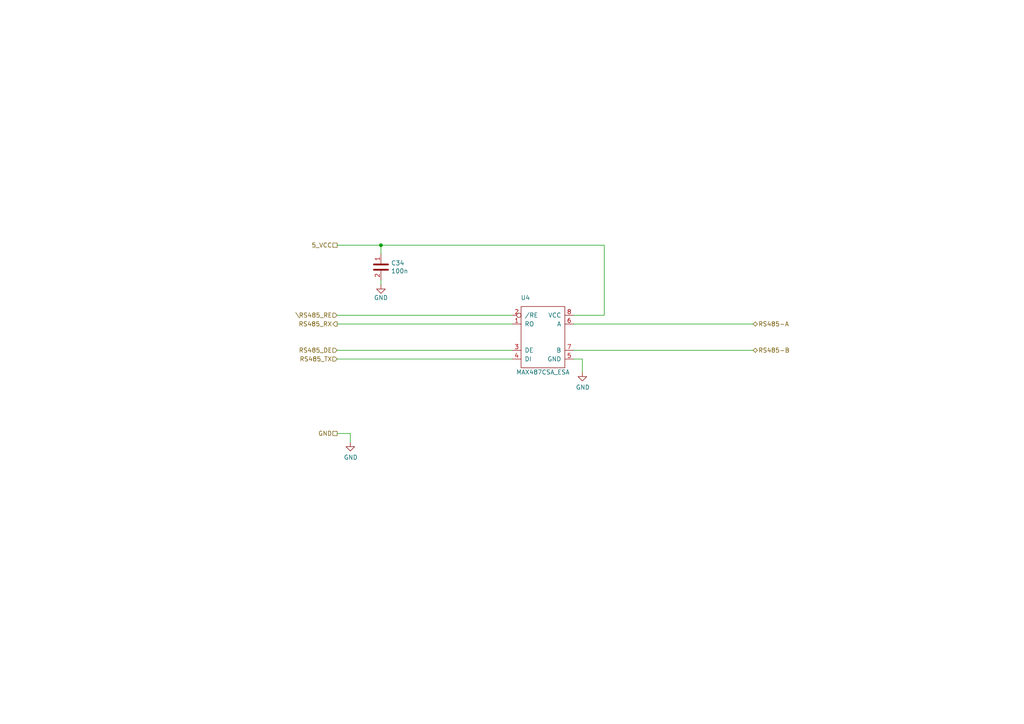
<source format=kicad_sch>
(kicad_sch (version 20211123) (generator eeschema)
  (paper "A4")
  (title_block (title "ESC Brushless - CAN phy") (date "2021-03-10") (rev "1.0"))
  (lib_symbols
    (symbol "p_Driver_IC:MAX487CSA_ESA" (pin_names (offset 1.016))
      (property "Reference" "U" (at -5.08 10.16 0))
      (property "Value" "MAX487CSA_ESA" (at 0 -10.16 0))
      (symbol "MAX487CSA_ESA_0_1"
        (rectangle (start -6.35 8.89) (end 6.35 -8.89))
      )
      (symbol "MAX487CSA_ESA_1_1"
        (pin output line (at -8.89 3.81 0) (length 2.54) (name "RO") (number "1"))
        (pin input inverted (at -8.89 6.35 0) (length 2.54) (name "/RE") (number "2"))
        (pin input line (at -8.89 -3.81 0) (length 2.54) (name "DE") (number "3"))
        (pin input line (at -8.89 -6.35 0) (length 2.54) (name "DI") (number "4"))
        (pin passive line (at 8.89 -6.35 180) (length 2.54) (name "GND") (number "5"))
        (pin bidirectional line (at 8.89 3.81 180) (length 2.54) (name "A") (number "6"))
        (pin bidirectional line (at 8.89 -3.81 180) (length 2.54) (name "B") (number "7"))
        (pin power_in line (at 8.89 6.35 180) (length 2.54) (name "VCC") (number "8"))
      )
    )
    (symbol "p_Passive:C_0603" (pin_names (offset 0) hide)
      (property "Reference" "C" (at 0 0 0))
      (property "Value" "C_0603" (at 0 0 0))
      (symbol "C_0603_1_1"
        (polyline (pts (xy -2.032 -0.762) (xy 2.032 -0.762)) (stroke (width 0.508)))
        (polyline (pts (xy -2.032 0.762) (xy 2.032 0.762)) (stroke (width 0.508)))
        (pin passive line (at 0 3.81 270) (length 2.794) (name "~") (number "1"))
        (pin passive line (at 0 -3.81 90) (length 2.794) (name "~") (number "2"))
      )
    )
    (symbol "power:GND" (power) (pin_names (offset 0))
      (property "Value" "GND" (at 0 -3.81 0))
      (symbol "GND_0_1"
        (polyline (pts (xy 0 0) (xy 0 -1.27) (xy 1.27 -1.27) (xy 0 -2.54) (xy -1.27 -1.27) (xy 0 -1.27)))
      )
      (symbol "GND_1_1"
        (pin power_in line (at 0 0 270) (length 0) hide (name "GND") (number "1"))
      )
    )
  )
  (junction (at 110.49 71.12))
  (wire (pts (xy 166.37 91.44) (xy 175.26 91.44)))
  (wire (pts (xy 101.6 128.27) (xy 101.6 125.73)))
  (wire (pts (xy 110.49 71.12) (xy 175.26 71.12)))
  (wire (pts (xy 168.91 104.14) (xy 168.91 107.95)))
  (wire (pts (xy 97.79 101.6) (xy 148.59 101.6)))
  (wire (pts (xy 97.79 91.44) (xy 148.59 91.44)))
  (wire (pts (xy 97.79 104.14) (xy 148.59 104.14)))
  (wire (pts (xy 218.44 101.6) (xy 166.37 101.6)))
  (wire (pts (xy 97.79 125.73) (xy 101.6 125.73)))
  (wire (pts (xy 97.79 93.98) (xy 148.59 93.98)))
  (wire (pts (xy 110.49 73.66) (xy 110.49 71.12)))
  (wire (pts (xy 166.37 93.98) (xy 218.44 93.98)))
  (wire (pts (xy 97.79 71.12) (xy 110.49 71.12)))
  (wire (pts (xy 166.37 104.14) (xy 168.91 104.14)))
  (wire (pts (xy 175.26 91.44) (xy 175.26 71.12)))
  (wire (pts (xy 110.49 81.28) (xy 110.49 82.55)))
  (hierarchical_label "RS485-A" (shape bidirectional) (at 218.44 93.98 0))
  (hierarchical_label "\\RS485_RE" (shape input) (at 97.79 91.44 180))
  (hierarchical_label "RS485_DE" (shape input) (at 97.79 101.6 180))
  (hierarchical_label "5_VCC" (shape passive) (at 97.79 71.12 180))
  (hierarchical_label "RS485-B" (shape bidirectional) (at 218.44 101.6 0))
  (hierarchical_label "GND" (shape passive) (at 97.79 125.73 180))
  (hierarchical_label "RS485_RX" (shape output) (at 97.79 93.98 180))
  (hierarchical_label "RS485_TX" (shape input) (at 97.79 104.14 180))
  (symbol (lib_id "p_Driver_IC:MAX487CSA_ESA") (at 157.48 97.79 0) (unit 1)
    (property "Reference" "U4" (at 152.4 86.36 0))
    (property "Value" "MAX487CSA_ESA" (at 157.48 107.95 0))
    (property "Footprint" "p_Package_SO:SOIC-8_3.9x4.9mm_P1.27mm" (effects hide))
    (property "Datasheet" "${KI_PERSO_COMPLIB}/datasheets/p_Driver_IC/MAX488.pdf" (effects hide))
  )
  (symbol (lib_id "p_Passive:C_0603") (at 110.49 77.47 0) (unit 1)
    (property "Reference" "C34" (at 113.411 76.3016 0) (effects (justify left)))
    (property "Value" "100n" (at 113.411 78.613 0) (effects (justify left)))
    (property "Footprint" "p_Package_Capacitor_SMD:C_0603_1608Metric_Pad1.08x0.95mm_HandSolder" (effects hide))
  )
  (symbol (lib_id "power:GND") (at 110.49 82.55 0) (unit 1)
    (property "Reference" "#PWR056" (effects hide))
    (property "Value" "GND" (at 110.49 86.36 0))
  )
  (symbol (lib_id "power:GND") (at 168.91 107.95 0) (unit 1)
    (property "Reference" "#PWR057" (effects hide))
    (property "Value" "GND" (at 169.037 112.3442 0))
  )
  (symbol (lib_id "power:GND") (at 101.6 128.27 0) (unit 1)
    (property "Reference" "#PWR055" (effects hide))
    (property "Value" "GND" (at 101.727 132.6642 0))
  )
)
</source>
